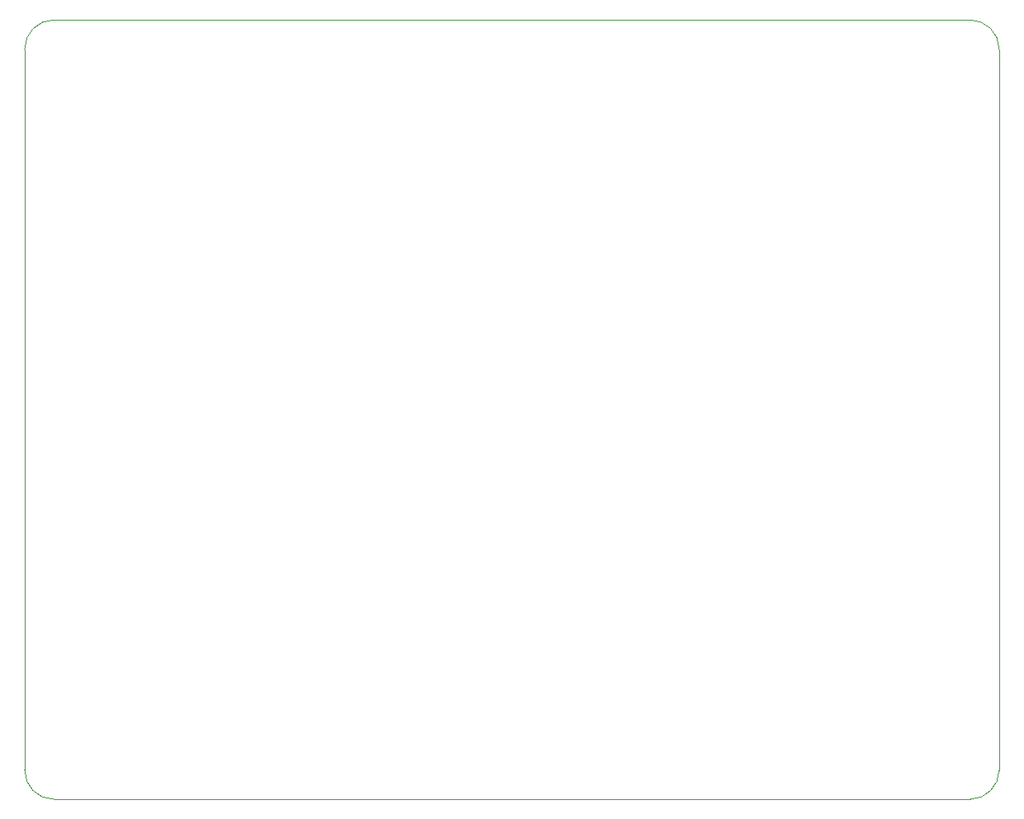
<source format=gm1>
%TF.GenerationSoftware,KiCad,Pcbnew,8.0.2*%
%TF.CreationDate,2024-06-23T14:40:44+03:00*%
%TF.ProjectId,Chaos Circuits,4368616f-7320-4436-9972-63756974732e,1*%
%TF.SameCoordinates,Original*%
%TF.FileFunction,Profile,NP*%
%FSLAX46Y46*%
G04 Gerber Fmt 4.6, Leading zero omitted, Abs format (unit mm)*
G04 Created by KiCad (PCBNEW 8.0.2) date 2024-06-23 14:40:44*
%MOMM*%
%LPD*%
G01*
G04 APERTURE LIST*
%TA.AperFunction,Profile*%
%ADD10C,0.050000*%
%TD*%
G04 APERTURE END LIST*
D10*
X123100000Y-104300000D02*
X29100000Y-104300000D01*
X126100000Y-27300000D02*
X126100000Y-101300000D01*
X29100000Y-24300000D02*
X123100000Y-24300000D01*
X26100000Y-101300000D02*
X26100000Y-27300000D01*
X29100000Y-104300000D02*
G75*
G02*
X26100000Y-101300000I0J3000000D01*
G01*
X126100000Y-101300000D02*
G75*
G02*
X123100000Y-104300000I-3000000J0D01*
G01*
X123100000Y-24300000D02*
G75*
G02*
X126100000Y-27300000I0J-3000000D01*
G01*
X26100000Y-27300000D02*
G75*
G02*
X29100000Y-24300000I3000000J0D01*
G01*
M02*

</source>
